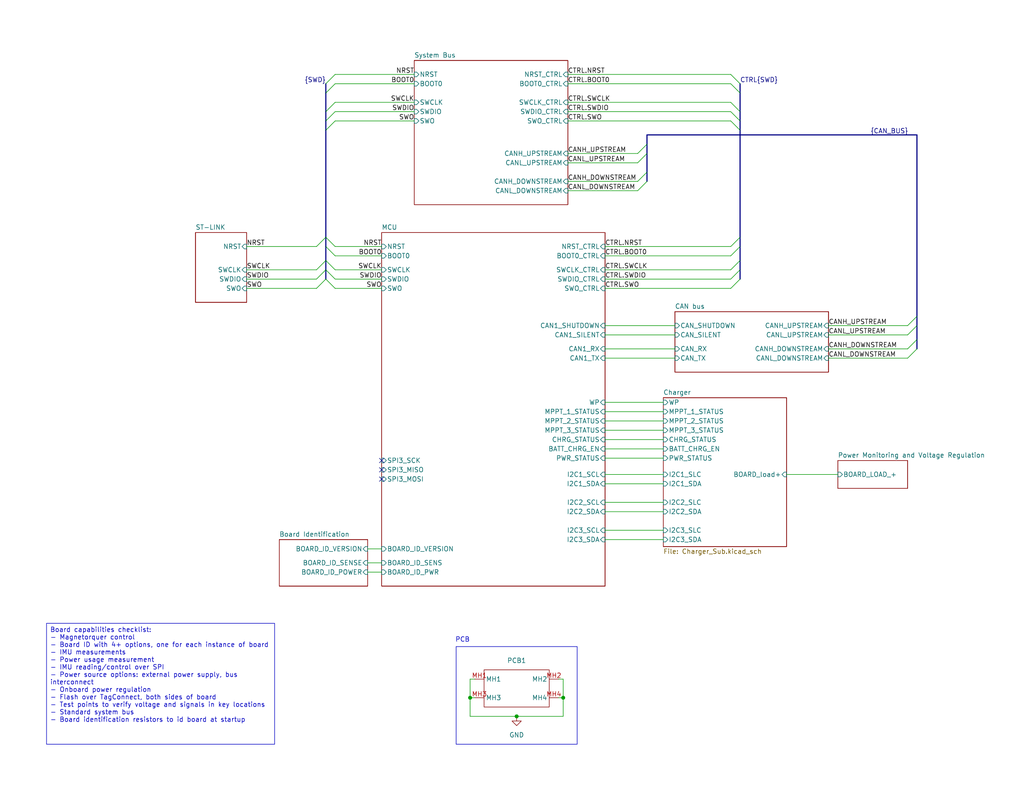
<source format=kicad_sch>
(kicad_sch (version 20231120) (generator "eeschema") (generator_version "8.0")
  (paper "USLetter")
  (title_block (title "1s3p Battery Board") (date "2025-02-12") (rev "${PCB_VERSION}") (company "TVSC"))
  (lib_symbols
    (symbol "TVSC:Four_Mounting_Hole_PCB" (in_bom no)
      (property "Reference" "PCB" (at 0 0 0))
      (symbol "Four_Mounting_Hole_PCB_0_1"
        (rectangle (start -8.89 5.08) (end 8.89 -5.08))
      )
      (symbol "Four_Mounting_Hole_PCB_1_1"
        (pin power_in line (at -11.43 2.54 0) (length 2.54) (name "MH1") (number "MH1"))
        (pin power_in line (at 11.43 2.54 180) (length 2.54) (name "MH2") (number "MH2"))
        (pin power_in line (at -11.43 -2.54 0) (length 2.54) (name "MH3") (number "MH3"))
        (pin power_in line (at 11.43 -2.54 180) (length 2.54) (name "MH4") (number "MH4"))
      )
    )
    (symbol "power:GND" (power) (pin_numbers hide) (pin_names (offset 0) hide)
      (property "Value" "GND" (at 0 -3.81 0))
      (symbol "GND_0_1"
        (polyline (pts (xy 0 0) (xy 0 -1.27) (xy 1.27 -1.27) (xy 0 -2.54) (xy -1.27 -1.27) (xy 0 -1.27)))
      )
      (symbol "GND_1_1"
        (pin power_in line (at 0 0 270) (length 0) (name "~") (number "1"))
      )
    )
  )
  (bus_alias "BOARD_ID" (members "POWER" "SENSE"))
  (bus_alias "CAN_BUS" (members "CANH_UPSTREAM" "CANL_UPSTREAM" "CANH_DOWNSTREAM" "CANL_DOWNSTREAM"))
  (bus_alias "I2C" (members "SCL" "SDA"))
  (bus_alias "SPI" (members "SCK" "MISO" "MOSI"))
  (bus_alias "SWD" (members "NRST" "BOOT0" "SWCLK" "SWDIO" "SWO"))
  (junction (at 128.27 190.5))
  (junction (at 140.97 195.58))
  (junction (at 153.67 190.5))
  (no_connect (at 104.14 125.73))
  (no_connect (at 104.14 128.27))
  (no_connect (at 104.14 130.81))
  (bus_entry (at 88.9 76.2) (size 2.54 2.54))
  (bus_entry (at 176.53 41.91) (size -2.54 2.54))
  (bus_entry (at 201.93 25.4) (size -2.54 -2.54))
  (bus_entry (at 88.9 30.48) (size 2.54 -2.54))
  (bus_entry (at 201.93 30.48) (size -2.54 -2.54))
  (bus_entry (at 88.9 64.77) (size -2.54 2.54))
  (bus_entry (at 201.93 33.02) (size -2.54 -2.54))
  (bus_entry (at 88.9 33.02) (size 2.54 -2.54))
  (bus_entry (at 88.9 22.86) (size 2.54 -2.54))
  (bus_entry (at 201.93 73.66) (size -2.54 2.54))
  (bus_entry (at 250.19 86.36) (size -2.54 2.54))
  (bus_entry (at 88.9 71.12) (size -2.54 2.54))
  (bus_entry (at 201.93 35.56) (size -2.54 -2.54))
  (bus_entry (at 88.9 64.77) (size 2.54 2.54))
  (bus_entry (at 88.9 71.12) (size 2.54 2.54))
  (bus_entry (at 201.93 64.77) (size -2.54 2.54))
  (bus_entry (at 201.93 22.86) (size -2.54 -2.54))
  (bus_entry (at 88.9 73.66) (size 2.54 2.54))
  (bus_entry (at 176.53 49.53) (size -2.54 2.54))
  (bus_entry (at 88.9 35.56) (size 2.54 -2.54))
  (bus_entry (at 176.53 39.37) (size -2.54 2.54))
  (bus_entry (at 176.53 46.99) (size -2.54 2.54))
  (bus_entry (at 201.93 71.12) (size -2.54 2.54))
  (bus_entry (at 88.9 67.31) (size 2.54 2.54))
  (bus_entry (at 88.9 25.4) (size 2.54 -2.54))
  (bus_entry (at 201.93 76.2) (size -2.54 2.54))
  (bus_entry (at 88.9 73.66) (size -2.54 2.54))
  (bus_entry (at 201.93 67.31) (size -2.54 2.54))
  (bus_entry (at 250.19 95.25) (size -2.54 2.54))
  (bus_entry (at 88.9 76.2) (size -2.54 2.54))
  (bus_entry (at 250.19 88.9) (size -2.54 2.54))
  (bus_entry (at 250.19 92.71) (size -2.54 2.54))
  (wire (pts (xy 247.65 91.44) (xy 226.06 91.44)))
  (bus (pts (xy 201.93 73.66) (xy 201.93 76.2)))
  (bus (pts (xy 250.19 92.71) (xy 250.19 95.25)))
  (bus (pts (xy 176.53 39.37) (xy 176.53 36.83)))
  (wire (pts (xy 140.97 195.58) (xy 153.67 195.58)))
  (wire (pts (xy 165.1 109.855) (xy 180.975 109.855)))
  (wire (pts (xy 128.27 195.58) (xy 140.97 195.58)))
  (wire (pts (xy 165.1 78.74) (xy 199.39 78.74)))
  (wire (pts (xy 165.1 69.85) (xy 199.39 69.85)))
  (wire (pts (xy 91.44 27.94) (xy 113.03 27.94)))
  (wire (pts (xy 226.06 97.79) (xy 247.65 97.79)))
  (bus (pts (xy 201.93 71.12) (xy 201.93 73.66)))
  (wire (pts (xy 153.67 190.5) (xy 152.4 190.5)))
  (wire (pts (xy 128.27 185.42) (xy 128.27 190.5)))
  (wire (pts (xy 154.94 49.53) (xy 173.99 49.53)))
  (wire (pts (xy 214.63 129.54) (xy 228.6 129.54)))
  (wire (pts (xy 165.1 91.44) (xy 184.15 91.44)))
  (wire (pts (xy 154.94 33.02) (xy 199.39 33.02)))
  (wire (pts (xy 165.1 97.79) (xy 184.15 97.79)))
  (bus (pts (xy 201.93 64.77) (xy 201.93 67.31)))
  (wire (pts (xy 86.36 78.74) (xy 67.31 78.74)))
  (wire (pts (xy 86.36 67.31) (xy 67.31 67.31)))
  (wire (pts (xy 100.33 153.67) (xy 104.14 153.67)))
  (bus (pts (xy 88.9 71.12) (xy 88.9 73.66)))
  (wire (pts (xy 154.94 27.94) (xy 199.39 27.94)))
  (wire (pts (xy 165.1 117.475) (xy 180.975 117.475)))
  (bus (pts (xy 88.9 25.4) (xy 88.9 30.48)))
  (wire (pts (xy 128.27 190.5) (xy 129.54 190.5)))
  (wire (pts (xy 165.1 147.32) (xy 180.975 147.32)))
  (wire (pts (xy 199.39 22.86) (xy 154.94 22.86)))
  (bus (pts (xy 176.53 49.53) (xy 176.53 46.99)))
  (wire (pts (xy 154.94 20.32) (xy 199.39 20.32)))
  (wire (pts (xy 91.44 20.32) (xy 113.03 20.32)))
  (wire (pts (xy 91.44 33.02) (xy 113.03 33.02)))
  (wire (pts (xy 165.1 122.555) (xy 180.975 122.555)))
  (wire (pts (xy 128.27 185.42) (xy 129.54 185.42)))
  (bus (pts (xy 88.9 30.48) (xy 88.9 33.02)))
  (wire (pts (xy 154.94 41.91) (xy 173.99 41.91)))
  (bus (pts (xy 250.19 36.83) (xy 250.19 86.36)))
  (wire (pts (xy 165.1 125.095) (xy 180.975 125.095)))
  (wire (pts (xy 91.44 73.66) (xy 104.14 73.66)))
  (wire (pts (xy 165.1 132.08) (xy 180.975 132.08)))
  (wire (pts (xy 67.31 76.2) (xy 86.36 76.2)))
  (wire (pts (xy 165.1 139.7) (xy 180.975 139.7)))
  (wire (pts (xy 100.33 149.86) (xy 104.14 149.86)))
  (bus (pts (xy 88.9 67.31) (xy 88.9 71.12)))
  (bus (pts (xy 201.93 67.31) (xy 201.93 71.12)))
  (wire (pts (xy 165.1 73.66) (xy 199.39 73.66)))
  (wire (pts (xy 154.94 30.48) (xy 199.39 30.48)))
  (wire (pts (xy 165.1 95.25) (xy 184.15 95.25)))
  (bus (pts (xy 176.53 41.91) (xy 176.53 46.99)))
  (bus (pts (xy 88.9 64.77) (xy 88.9 67.31)))
  (wire (pts (xy 91.44 69.85) (xy 104.14 69.85)))
  (bus (pts (xy 176.53 41.91) (xy 176.53 39.37)))
  (wire (pts (xy 128.27 190.5) (xy 128.27 195.58)))
  (wire (pts (xy 91.44 67.31) (xy 104.14 67.31)))
  (wire (pts (xy 226.06 95.25) (xy 247.65 95.25)))
  (bus (pts (xy 201.93 35.56) (xy 201.93 64.77)))
  (wire (pts (xy 226.06 88.9) (xy 247.65 88.9)))
  (bus (pts (xy 88.9 73.66) (xy 88.9 76.2)))
  (wire (pts (xy 165.1 112.395) (xy 180.975 112.395)))
  (wire (pts (xy 104.14 156.21) (xy 100.33 156.21)))
  (wire (pts (xy 153.67 190.5) (xy 153.67 195.58)))
  (wire (pts (xy 165.1 76.2) (xy 199.39 76.2)))
  (bus (pts (xy 88.9 22.86) (xy 88.9 25.4)))
  (wire (pts (xy 173.99 52.07) (xy 154.94 52.07)))
  (wire (pts (xy 165.1 114.935) (xy 180.975 114.935)))
  (wire (pts (xy 91.44 22.86) (xy 113.03 22.86)))
  (wire (pts (xy 165.1 144.78) (xy 180.975 144.78)))
  (bus (pts (xy 176.53 36.83) (xy 250.19 36.83)))
  (wire (pts (xy 153.67 185.42) (xy 152.4 185.42)))
  (wire (pts (xy 67.31 73.66) (xy 86.36 73.66)))
  (wire (pts (xy 91.44 78.74) (xy 104.14 78.74)))
  (wire (pts (xy 165.1 88.9) (xy 184.15 88.9)))
  (wire (pts (xy 154.94 44.45) (xy 173.99 44.45)))
  (bus (pts (xy 201.93 30.48) (xy 201.93 33.02)))
  (bus (pts (xy 201.93 22.86) (xy 201.93 25.4)))
  (wire (pts (xy 165.1 137.16) (xy 180.975 137.16)))
  (wire (pts (xy 91.44 76.2) (xy 104.14 76.2)))
  (wire (pts (xy 91.44 30.48) (xy 113.03 30.48)))
  (wire (pts (xy 153.67 185.42) (xy 153.67 190.5)))
  (wire (pts (xy 165.1 120.015) (xy 180.975 120.015)))
  (bus (pts (xy 88.9 33.02) (xy 88.9 35.56)))
  (bus (pts (xy 201.93 33.02) (xy 201.93 35.56)))
  (bus (pts (xy 201.93 25.4) (xy 201.93 30.48)))
  (wire (pts (xy 165.1 67.31) (xy 199.39 67.31)))
  (bus (pts (xy 250.19 86.36) (xy 250.19 88.9)))
  (bus (pts (xy 88.9 35.56) (xy 88.9 64.77)))
  (wire (pts (xy 165.1 129.54) (xy 180.975 129.54)))
  (bus (pts (xy 250.19 88.9) (xy 250.19 92.71)))
  (rectangle (start 124.46 176.53) (end 157.48 203.2))
  (text_box "Board capabilities checklist:\n- Magnetorquer control\n- Board ID with 4+ options, one for each instance of board\n- IMU measurements\n- Power usage measurement\n- IMU reading/control over SPI\n- Power source options: external power supply, bus interconnect\n- Onboard power regulation\n- Flash over TagConnect, both sides of board\n- Test points to verify voltage and signals in key locations\n- Standard system bus\n- Board identification resistors to id board at startup\n" (at 12.7 170.18 0) (size 62.23 33.02) (effects (font (size 1.27 1.27)) (justify left top)))
  (text "PCB" (at 124.206 175.514 0) (effects (font (size 1.27 1.27)) (justify left bottom)))
  (label "SWDIO" (at 104.14 76.2 180))
  (label "{CAN_BUS}" (at 237.49 36.83 0))
  (label "CTRL{SWD}" (at 201.93 22.86 0))
  (label "SWO" (at 67.31 78.74 0))
  (label "CTRL.SWDIO" (at 154.94 30.48 0))
  (label "SWO" (at 113.03 33.02 180))
  (label "CANL_UPSTREAM" (at 154.94 44.45 0))
  (label "SWCLK" (at 113.03 27.94 180))
  (label "NRST" (at 104.14 67.31 180))
  (label "CANH_UPSTREAM" (at 154.94 41.91 0))
  (label "CTRL.NRST" (at 154.94 20.32 0))
  (label "CTRL.SWDIO" (at 165.1 76.2 0))
  (label "{SWD}" (at 88.9 22.86 180))
  (label "CTRL.SWCLK" (at 154.94 27.94 0))
  (label "CANL_UPSTREAM" (at 226.06 91.44 0))
  (label "CANL_DOWNSTREAM" (at 154.94 52.07 0))
  (label "SWCLK" (at 67.31 73.66 0))
  (label "BOOT0" (at 113.03 22.86 180))
  (label "SWO" (at 104.14 78.74 180))
  (label "SWCLK" (at 104.14 73.66 180))
  (label "CANH_DOWNSTREAM" (at 154.94 49.53 0))
  (label "CTRL.SWCLK" (at 165.1 73.66 0))
  (label "CANH_UPSTREAM" (at 226.06 88.9 0))
  (label "BOOT0" (at 104.14 69.85 180))
  (label "CTRL.NRST" (at 165.1 67.31 0))
  (label "NRST" (at 113.03 20.32 180))
  (label "CTRL.BOOT0" (at 154.94 22.86 0))
  (label "NRST" (at 67.31 67.31 0))
  (label "SWDIO" (at 113.03 30.48 180))
  (label "CTRL.BOOT0" (at 165.1 69.85 0))
  (label "SWDIO" (at 67.31 76.2 0))
  (label "CANH_DOWNSTREAM" (at 226.06 95.25 0))
  (label "CTRL.SWO" (at 154.94 33.02 0))
  (label "CTRL.SWO" (at 165.1 78.74 0))
  (label "CANL_DOWNSTREAM" (at 226.06 97.79 0))
  (symbol (lib_id "power:GND") (at 140.97 195.58 0) (unit 1)
    (property "Reference" "#PWR01" (effects (hide yes)))
    (property "Value" "GND" (at 140.97 200.66 0))
    (property "Description" "Power symbol creates a global label with name \"GND\" , ground" (effects (hide yes)))
  )
  (symbol (lib_id "TVSC:Four_Mounting_Hole_PCB") (at 140.97 187.96 0) (unit 1) (in_bom no)
    (property "Reference" "PCB1" (at 140.97 180.34 0))
    (property "Footprint" "footprints:Core_Board_Shape_Space_Invader_2" (effects (hide yes)))
  )
  (sheet (at 180.975 108.585) (size 33.655 40.64) (stroke (width 0.1524))
    (property "Sheetname" "Charger" (at 180.975 107.8734 0) (effects (justify left bottom)))
    (property "Sheetfile" "Charger_Sub.kicad_sch" (at 180.975 149.8096 0) (effects (justify left top)))
    (pin "I2C1_SDA" input (at 180.975 132.08 180))
    (pin "I2C1_SLC" input (at 180.975 129.54 180))
    (pin "CHRG_STATUS" input (at 180.975 120.015 180))
    (pin "BATT_CHRG_EN" input (at 180.975 122.555 180))
    (pin "PWR_STATUS" input (at 180.975 125.095 180))
    (pin "MPPT_2_STATUS" input (at 180.975 114.935 180))
    (pin "MPPT_3_STATUS" input (at 180.975 117.475 180))
    (pin "I2C2_SLC" input (at 180.975 137.16 180))
    (pin "I2C3_SLC" input (at 180.975 144.78 180))
    (pin "I2C2_SDA" input (at 180.975 139.7 180))
    (pin "I2C3_SDA" input (at 180.975 147.32 180))
    (pin "MPPT_1_STATUS" input (at 180.975 112.395 180))
    (pin "BOARD_load+" input (at 214.63 129.54 0))
    (pin "WP" input (at 180.975 109.855 180))
  )
  (sheet (at 113.03 16.51) (size 41.91 39.37) (stroke (width 0.1524))
    (property "Sheetname" "System Bus" (at 113.03 15.7984 0) (effects (justify left bottom)))
    (property "Sheetfile" "system_bus.kicad_sch" (effects (hide yes)))
    (pin "CANL_DOWNSTREAM" input (at 154.94 52.07 0))
    (pin "NRST_CTRL" input (at 154.94 20.32 0))
    (pin "CANH_DOWNSTREAM" input (at 154.94 49.53 0))
    (pin "SWO" input (at 113.03 33.02 180))
    (pin "NRST" input (at 113.03 20.32 180))
    (pin "SWCLK" input (at 113.03 27.94 180))
    (pin "SWDIO" input (at 113.03 30.48 180))
    (pin "BOOT0" input (at 113.03 22.86 180))
    (pin "CANH_UPSTREAM" input (at 154.94 41.91 0))
    (pin "CANL_UPSTREAM" input (at 154.94 44.45 0))
    (pin "SWCLK_CTRL" input (at 154.94 27.94 0))
    (pin "SWO_CTRL" input (at 154.94 33.02 0))
    (pin "SWDIO_CTRL" input (at 154.94 30.48 0))
    (pin "BOOT0_CTRL" input (at 154.94 22.86 0))
  )
  (sheet (at 228.6 125.73) (size 19.05 7.62) (stroke (width 0.1524))
    (property "Sheetname" "Power Monitoring and Voltage Regulation" (at 228.6 125.0184 0) (effects (justify left bottom)))
    (property "Sheetfile" "power.kicad_sch" (effects (hide yes)))
    (pin "BOARD_LOAD_+" input (at 228.6 129.54 180))
  )
  (sheet (at 104.14 63.5) (size 60.96 96.52) (stroke (width 0.1524))
    (property "Sheetname" "MCU" (at 104.14 62.7884 0) (effects (justify left bottom)))
    (property "Sheetfile" "mcu.kicad_sch" (effects (hide yes)))
    (pin "CAN1_SHUTDOWN" input (at 165.1 88.9 0))
    (pin "CAN1_SILENT" input (at 165.1 91.44 0))
    (pin "CAN1_RX" input (at 165.1 95.25 0))
    (pin "CAN1_TX" input (at 165.1 97.79 0))
    (pin "BOOT0" input (at 104.14 69.85 180))
    (pin "NRST" input (at 104.14 67.31 180))
    (pin "SWDIO" input (at 104.14 76.2 180))
    (pin "SWCLK" input (at 104.14 73.66 180))
    (pin "SWO" input (at 104.14 78.74 180))
    (pin "BOOT0_CTRL" input (at 165.1 69.85 0))
    (pin "SWCLK_CTRL" input (at 165.1 73.66 0))
    (pin "SWO_CTRL" input (at 165.1 78.74 0))
    (pin "NRST_CTRL" input (at 165.1 67.31 0))
    (pin "SWDIO_CTRL" input (at 165.1 76.2 0))
    (pin "I2C2_SCL" input (at 165.1 137.16 0))
    (pin "I2C2_SDA" input (at 165.1 139.7 0))
    (pin "I2C1_SCL" input (at 165.1 129.54 0))
    (pin "I2C1_SDA" input (at 165.1 132.08 0))
    (pin "I2C3_SCL" input (at 165.1 144.78 0))
    (pin "I2C3_SDA" input (at 165.1 147.32 0))
    (pin "SPI3_SCK" input (at 104.14 125.73 180))
    (pin "SPI3_MISO" input (at 104.14 128.27 180))
    (pin "SPI3_MOSI" input (at 104.14 130.81 180))
    (pin "BOARD_ID_SENS" input (at 104.14 153.67 180))
    (pin "BOARD_ID_PWR" input (at 104.14 156.21 180))
    (pin "BOARD_ID_VERSION" input (at 104.14 149.86 180))
    (pin "BATT_CHRG_EN" input (at 165.1 122.555 0))
    (pin "PWR_STATUS" input (at 165.1 125.095 0))
    (pin "CHRG_STATUS" input (at 165.1 120.015 0))
    (pin "MPPT_1_STATUS" input (at 165.1 112.395 0))
    (pin "MPPT_3_STATUS" input (at 165.1 117.475 0))
    (pin "MPPT_2_STATUS" input (at 165.1 114.935 0))
    (pin "WP" input (at 165.1 109.855 0))
  )
  (sheet (at 76.2 147.32) (size 24.13 12.7) (stroke (width 0.1524))
    (property "Sheetname" "Board Identification" (at 76.2 146.6084 0) (effects (justify left bottom)))
    (property "Sheetfile" "board_id.kicad_sch" (effects (hide yes)))
    (pin "BOARD_ID_POWER" input (at 100.33 156.21 0))
    (pin "BOARD_ID_SENSE" input (at 100.33 153.67 0))
    (pin "BOARD_ID_VERSION" input (at 100.33 149.86 0))
  )
  (sheet (at 184.15 85.09) (size 41.91 16.51) (stroke (width 0.1524))
    (property "Sheetname" "CAN bus" (at 184.15 84.3784 0) (effects (justify left bottom)))
    (property "Sheetfile" "can_bus.kicad_sch" (effects (hide yes)))
    (pin "CAN_RX" input (at 184.15 95.25 180))
    (pin "CANL_DOWNSTREAM" input (at 226.06 97.79 0))
    (pin "CANH_DOWNSTREAM" input (at 226.06 95.25 0))
    (pin "CAN_TX" input (at 184.15 97.79 180))
    (pin "CANL_UPSTREAM" input (at 226.06 91.44 0))
    (pin "CANH_UPSTREAM" input (at 226.06 88.9 0))
    (pin "CAN_SILENT" input (at 184.15 91.44 180))
    (pin "CAN_SHUTDOWN" input (at 184.15 88.9 180))
  )
  (sheet (at 53.34 63.5) (size 13.97 19.05) (stroke (width 0.1524))
    (property "Sheetname" "ST-LINK" (at 53.34 62.7884 0) (effects (justify left bottom)))
    (property "Sheetfile" "stlink.kicad_sch" (effects (hide yes)))
    (pin "NRST" input (at 67.31 67.31 0))
    (pin "SWDIO" input (at 67.31 76.2 0))
    (pin "SWCLK" input (at 67.31 73.66 0))
    (pin "SWO" input (at 67.31 78.74 0))
  )
)
</source>
